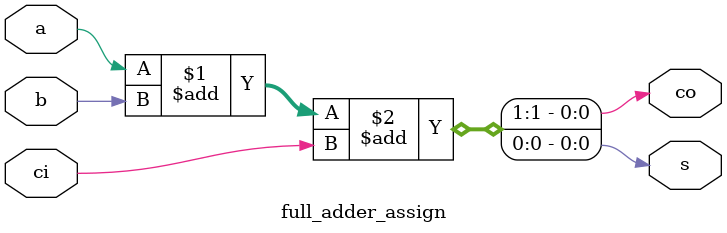
<source format=v>
module full_adder_assign (a, b, ci, s, co);

  input a, b, ci;
  output s, co;

  assign {co,s} = a + b + ci;

endmodule // full_add_one

</source>
